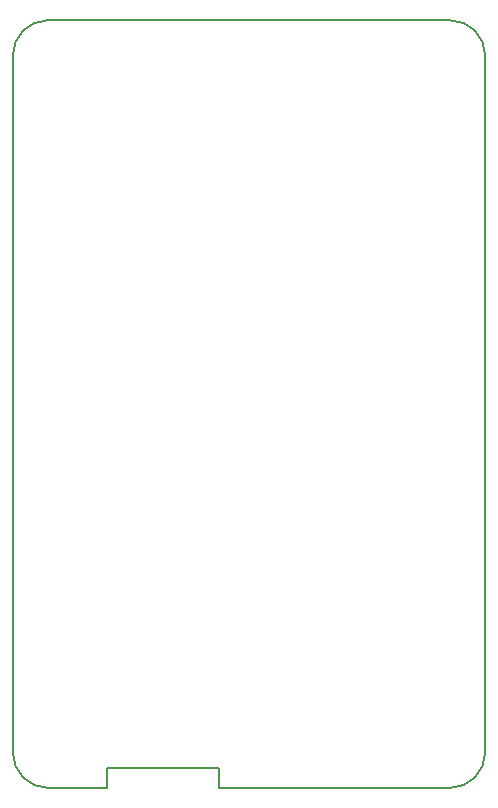
<source format=gm1>
G04 #@! TF.GenerationSoftware,KiCad,Pcbnew,(5.1.5)-3*
G04 #@! TF.CreationDate,2020-06-30T19:55:35+10:00*
G04 #@! TF.ProjectId,cicada-2g,63696361-6461-42d3-9267-2e6b69636164,0.1*
G04 #@! TF.SameCoordinates,PX7cee6c0PY3dfd240*
G04 #@! TF.FileFunction,Profile,NP*
%FSLAX46Y46*%
G04 Gerber Fmt 4.6, Leading zero omitted, Abs format (unit mm)*
G04 Created by KiCad (PCBNEW (5.1.5)-3) date 2020-06-30 19:55:35*
%MOMM*%
%LPD*%
G04 APERTURE LIST*
%ADD10C,0.150000*%
G04 APERTURE END LIST*
D10*
X-2500000Y-60000000D02*
X17000000Y-60000000D01*
X-2500000Y-58300000D02*
X-2500000Y-60000000D01*
X-12000000Y-58300000D02*
X-2500000Y-58300000D01*
X-12000000Y-60000000D02*
X-12000000Y-58300000D01*
X-17000000Y-60000000D02*
G75*
G02X-20000000Y-57000000I0J3000000D01*
G01*
X20000000Y-57000000D02*
G75*
G02X17000000Y-60000000I-3000000J0D01*
G01*
X17000000Y5000000D02*
G75*
G02X20000000Y2000000I0J-3000000D01*
G01*
X-20000000Y2000000D02*
G75*
G02X-17000000Y5000000I3000000J0D01*
G01*
X-20000000Y-57000000D02*
X-20000000Y2000000D01*
X-12000000Y-60000000D02*
X-17000000Y-60000000D01*
X20000000Y2000000D02*
X20000000Y-57000000D01*
X-17000000Y5000000D02*
X17000000Y5000000D01*
M02*

</source>
